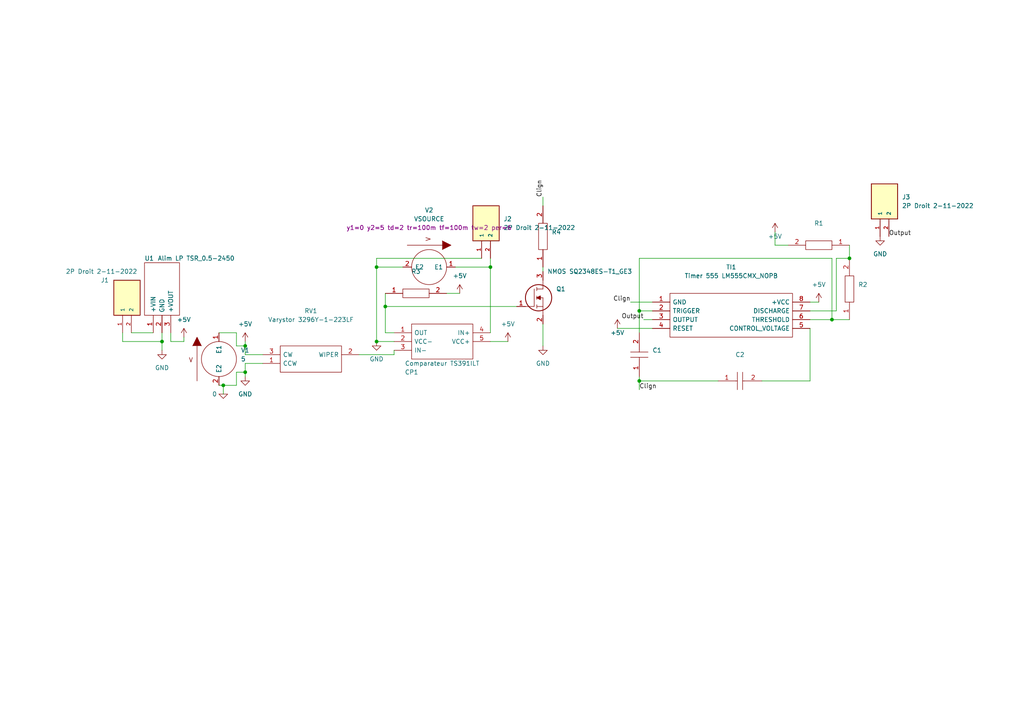
<source format=kicad_sch>
(kicad_sch (version 20211123) (generator eeschema)
  (paper "A4")
  (lib_symbols
    (symbol "EPSA_lib:2P Droit 2-11-2022" (pin_names (offset 1.016))
      (property "Reference" "J" (at -2.54 3.81 0))
      (property "Value" "2P Droit 2-11-2022" (at -12.7 6.35 0))
      (symbol "2P Droit 2-11-2022_0_0"
        (rectangle (start -5.08 -5.08) (end 5.08 2.54) (stroke (width 0.254)) (fill (type background)))
        (pin passive line (at -10.16 0 0) (length 5.08) (name "1") (number "1"))
        (pin passive line (at -10.16 -2.54 0) (length 5.08) (name "2") (number "2"))
      )
    )
    (symbol "EPSA_lib:Alim LP TSR_0.5-2450" (pin_names (offset 0.762))
      (property "Reference" "U" (at 21.59 7.62 0))
      (property "Value" "Alim LP TSR_0.5-2450" (at 21.59 5.08 0))
      (symbol "Alim LP TSR_0.5-2450_0_0"
        (pin passive line (at 0 0 0) (length 5.08) (name "+VIN") (number "1"))
        (pin passive line (at 0 -2.54 0) (length 5.08) (name "GND") (number "2"))
        (pin passive line (at 0 -5.08 0) (length 5.08) (name "+VOUT") (number "3"))
      )
      (symbol "Alim LP TSR_0.5-2450_0_1"
        (polyline (pts (xy 5.08 2.54) (xy 20.32 2.54) (xy 20.32 -7.62) (xy 5.08 -7.62) (xy 5.08 2.54)) (stroke (width 0.1524)))
      )
    )
    (symbol "EPSA_lib:Comparateur TS391ILT" (pin_names (offset 0.762))
      (property "Reference" "CP" (at 35.56 7.62 0))
      (property "Value" "Comparateur TS391ILT" (at 35.56 5.08 0))
      (property "Spice_Lib_File" "${EPSA}\\SpiceModel\\C_ts391.lib" (at 35.56 12.7 0))
      (symbol "Comparateur TS391ILT_0_0"
        (pin passive line (at 0 0 0) (length 5.08) (name "OUT") (number "1"))
        (pin passive line (at 0 -2.54 0) (length 5.08) (name "VCC-") (number "2"))
        (pin passive line (at 0 -5.08 0) (length 5.08) (name "IN-") (number "3"))
        (pin passive line (at 27.94 0 180) (length 5.08) (name "IN+") (number "4"))
        (pin passive line (at 27.94 -2.54 180) (length 5.08) (name "VCC+") (number "5"))
      )
      (symbol "Comparateur TS391ILT_0_1"
        (polyline (pts (xy 5.08 2.54) (xy 22.86 2.54) (xy 22.86 -7.62) (xy 5.08 -7.62) (xy 5.08 2.54)) (stroke (width 0.1524)))
      )
    )
    (symbol "EPSA_lib:Condensateur 0805Y1000104JXT" (pin_names (offset 0.762))
      (property "Reference" "C" (at 19.05 6.35 0))
      (property "Spice_Model" "10" (at 19.05 8.89 0))
      (symbol "Condensateur 0805Y1000104JXT_0_0"
        (pin passive line (at 0 0 0) (length 5.08) (name "~") (number "1"))
        (pin passive line (at 12.7 0 180) (length 5.08) (name "~") (number "2"))
      )
      (symbol "Condensateur 0805Y1000104JXT_0_1"
        (polyline (pts (xy 5.08 0) (xy 5.588 0)) (stroke (width 0.1524)))
        (polyline (pts (xy 5.588 2.54) (xy 5.588 -2.54)) (stroke (width 0.1524)))
        (polyline (pts (xy 7.112 0) (xy 7.62 0)) (stroke (width 0.1524)))
        (polyline (pts (xy 7.112 2.54) (xy 7.112 -2.54)) (stroke (width 0.1524)))
      )
    )
    (symbol "EPSA_lib:NMOS SQ2348ES-T1_GE3" (pin_names (offset 0.762))
      (property "Reference" "Q" (at 11.43 3.81 0))
      (property "Value" "NMOS SQ2348ES-T1_GE3" (at 11.43 1.27 0))
      (property "Spice_Lib_File" "${EPSA}\\SpiceModel\\NMOS_SQ2348ES_PS Rev A.LIB" (at 11.43 8.89 0))
      (symbol "NMOS SQ2348ES-T1_GE3_0_0"
        (pin passive line (at 0 0 0) (length 2.54) (name "~") (number "1"))
        (pin passive line (at 7.62 -5.08 90) (length 2.54) (name "~") (number "2"))
        (pin passive line (at 7.62 10.16 270) (length 2.54) (name "~") (number "3"))
      )
      (symbol "NMOS SQ2348ES-T1_GE3_0_1"
        (polyline (pts (xy 5.842 -0.508) (xy 5.842 0.508)) (stroke (width 0.1524)))
        (polyline (pts (xy 5.842 0) (xy 7.62 0)) (stroke (width 0.1524)))
        (polyline (pts (xy 5.842 2.032) (xy 5.842 3.048)) (stroke (width 0.1524)))
        (polyline (pts (xy 5.842 5.588) (xy 5.842 4.572)) (stroke (width 0.1524)))
        (polyline (pts (xy 7.62 2.54) (xy 5.842 2.54)) (stroke (width 0.1524)))
        (polyline (pts (xy 7.62 2.54) (xy 7.62 -2.54)) (stroke (width 0.1524)))
        (polyline (pts (xy 7.62 5.08) (xy 5.842 5.08)) (stroke (width 0.1524)))
        (polyline (pts (xy 7.62 5.08) (xy 7.62 7.62)) (stroke (width 0.1524)))
        (polyline (pts (xy 2.54 0) (xy 5.08 0) (xy 5.08 5.08)) (stroke (width 0.1524)))
        (polyline (pts (xy 5.842 2.54) (xy 6.858 3.048) (xy 6.858 2.032) (xy 5.842 2.54)) (stroke (width 0.254)) (fill (type outline)))
        (circle (center 6.35 2.54) (radius 3.81) (stroke (width 0.254)))
      )
    )
    (symbol "EPSA_lib:Résistance RK73H2BLTDD2152F" (pin_names (offset 0.762))
      (property "Reference" "R" (at 25.4 6.35 0))
      (property "Spice_Model" "10" (at 25.4 8.89 0))
      (symbol "Résistance RK73H2BLTDD2152F_0_0"
        (pin passive line (at 0 0 0) (length 5.08) (name "~") (number "1"))
        (pin passive line (at 17.78 0 180) (length 5.08) (name "~") (number "2"))
      )
      (symbol "Résistance RK73H2BLTDD2152F_0_1"
        (polyline (pts (xy 5.08 1.27) (xy 12.7 1.27) (xy 12.7 -1.27) (xy 5.08 -1.27) (xy 5.08 1.27)) (stroke (width 0.1524)))
      )
    )
    (symbol "EPSA_lib:Timer 555 LM555CMX_NOPB" (pin_names (offset 0.762))
      (property "Reference" "TI" (at 55.88 10.16 0))
      (property "Value" "Timer 555 LM555CMX_NOPB" (at 55.88 5.08 0))
      (property "Spice_Lib_File" "${EPSA}\\SpiceModel\\555_TLC555.lib" (at 55.88 12.7 0))
      (symbol "Timer 555 LM555CMX_NOPB_0_0"
        (pin passive line (at 0 0 0) (length 5.08) (name "GND") (number "1"))
        (pin passive line (at 0 -2.54 0) (length 5.08) (name "TRIGGER") (number "2"))
        (pin passive line (at 0 -5.08 0) (length 5.08) (name "OUTPUT") (number "3"))
        (pin passive line (at 0 -7.62 0) (length 5.08) (name "RESET") (number "4"))
        (pin passive line (at 45.72 -7.62 180) (length 5.08) (name "CONTROL_VOLTAGE") (number "5"))
        (pin passive line (at 45.72 -5.08 180) (length 5.08) (name "THRESHOLD") (number "6"))
        (pin passive line (at 45.72 -2.54 180) (length 5.08) (name "DISCHARGE") (number "7"))
        (pin passive line (at 45.72 0 180) (length 5.08) (name "+VCC") (number "8"))
      )
      (symbol "Timer 555 LM555CMX_NOPB_0_1"
        (polyline (pts (xy 5.08 2.54) (xy 40.64 2.54) (xy 40.64 -10.16) (xy 5.08 -10.16) (xy 5.08 2.54)) (stroke (width 0.1524)))
      )
    )
    (symbol "EPSA_lib:VSOURCE" (pin_names (offset 1.016)) (in_bom no) (on_board no)
      (property "Reference" "V" (at -6.35 7.62 0))
      (property "Value" "VSOURCE" (at 0 0 0))
      (property "Spice_Model" "dc 5" (at -6.35 10.16 0))
      (symbol "VSOURCE_0_1"
        (polyline (pts (xy -6.35 -6.35) (xy -6.35 3.81)) (fill (type outline)))
        (polyline (pts (xy -7.62 3.81) (xy -6.35 6.35) (xy -5.08 3.81)) (fill (type outline)))
        (circle (center 0 0) (radius 5.08))
        (text "V" (at -8.128 -0.254 0) (effects (font (size 1.27 1.27))))
      )
      (symbol "VSOURCE_1_1"
        (pin input line (at 0 7.62 270) (length 2.54) (name "E1") (number "1"))
        (pin input line (at 0 -7.62 90) (length 2.54) (name "E2") (number "2"))
      )
    )
    (symbol "EPSA_lib:Varystor 3296Y-1-223LF" (pin_names (offset 0.762))
      (property "Reference" "RV" (at 34.29 7.62 0))
      (property "Value" "Varystor 3296Y-1-223LF" (at 34.29 5.08 0))
      (property "Spice_Model" "VARYSTOR Rtot=1k Part=0.5" (at 34.29 10.16 0))
      (property "Spice_Lib_File" "${EPSA}\\SpiceModel\\VARYSTOR.lib" (at 34.29 12.7 0))
      (symbol "Varystor 3296Y-1-223LF_0_0"
        (pin passive line (at 27.94 -2.54 180) (length 5.08) (name "CCW") (number "1"))
        (pin passive line (at 0 0 0) (length 5.08) (name "WIPER") (number "2"))
        (pin passive line (at 27.94 0 180) (length 5.08) (name "CW") (number "3"))
      )
      (symbol "Varystor 3296Y-1-223LF_0_1"
        (polyline (pts (xy 5.08 2.54) (xy 22.86 2.54) (xy 22.86 -5.08) (xy 5.08 -5.08) (xy 5.08 2.54)) (stroke (width 0.1524)))
      )
    )
    (symbol "power:+5V" (power) (pin_names (offset 0))
      (property "Value" "+5V" (at 0 3.556 0))
      (symbol "+5V_0_1"
        (polyline (pts (xy -0.762 1.27) (xy 0 2.54)))
        (polyline (pts (xy 0 0) (xy 0 2.54)))
        (polyline (pts (xy 0 2.54) (xy 0.762 1.27)))
      )
      (symbol "+5V_1_1"
        (pin power_in line (at 0 0 90) (length 0) hide (name "+5V") (number "1"))
      )
    )
    (symbol "power:GND" (power) (pin_names (offset 0))
      (property "Value" "GND" (at 0 -3.81 0))
      (symbol "GND_0_1"
        (polyline (pts (xy 0 0) (xy 0 -1.27) (xy 1.27 -1.27) (xy 0 -2.54) (xy -1.27 -1.27) (xy 0 -1.27)))
      )
      (symbol "GND_1_1"
        (pin power_in line (at 0 0 270) (length 0) hide (name "GND") (number "1"))
      )
    )
    (symbol "pspice:0" (power) (pin_names (offset 0))
      (property "Value" "0" (at 0 -1.778 0))
      (symbol "0_0_1"
        (polyline (pts (xy -1.27 0) (xy 0 -1.27) (xy 1.27 0) (xy -1.27 0)))
      )
      (symbol "0_1_1"
        (pin power_in line (at 0 0 0) (length 0) hide (name "0") (number "1"))
      )
    )
  )
  (junction (at 246.38 74.93))
  (junction (at 142.24 77.47))
  (junction (at 111.76 88.9))
  (junction (at 241.3 92.71))
  (junction (at 71.12 107.95))
  (junction (at 46.99 99.06))
  (junction (at 71.12 100.33))
  (junction (at 185.42 90.17))
  (junction (at 185.42 110.49))
  (junction (at 64.77 111.76))
  (junction (at 109.22 99.06))
  (junction (at 109.22 77.47))
  (wire (pts (xy 241.3 92.71) (xy 246.38 92.71)))
  (wire (pts (xy 241.3 92.71) (xy 241.3 74.93)))
  (wire (pts (xy 71.12 107.95) (xy 71.12 109.22)))
  (wire (pts (xy 157.48 77.47) (xy 157.48 78.74)))
  (wire (pts (xy 157.48 93.98) (xy 157.48 100.33)))
  (wire (pts (xy 129.54 85.09) (xy 133.35 85.09)))
  (wire (pts (xy 38.1 96.52) (xy 44.45 96.52)))
  (wire (pts (xy 111.76 88.9) (xy 149.86 88.9)))
  (wire (pts (xy 224.79 71.12) (xy 224.79 67.31)))
  (wire (pts (xy 71.12 100.33) (xy 71.12 102.87)))
  (wire (pts (xy 68.58 111.76) (xy 68.58 107.95)))
  (wire (pts (xy 104.14 102.87) (xy 114.3 102.87)))
  (wire (pts (xy 142.24 99.06) (xy 147.32 99.06)))
  (wire (pts (xy 185.42 90.17) (xy 189.23 90.17)))
  (wire (pts (xy 142.24 77.47) (xy 142.24 96.52)))
  (wire (pts (xy 185.42 74.93) (xy 241.3 74.93)))
  (wire (pts (xy 63.5 111.76) (xy 64.77 111.76)))
  (wire (pts (xy 46.99 99.06) (xy 46.99 101.6)))
  (wire (pts (xy 179.07 95.25) (xy 189.23 95.25)))
  (wire (pts (xy 185.42 90.17) (xy 185.42 96.52)))
  (wire (pts (xy 35.56 99.06) (xy 46.99 99.06)))
  (wire (pts (xy 234.95 95.25) (xy 234.95 110.49)))
  (wire (pts (xy 49.53 96.52) (xy 49.53 99.06)))
  (wire (pts (xy 234.95 110.49) (xy 220.98 110.49)))
  (wire (pts (xy 68.58 96.52) (xy 68.58 100.33)))
  (wire (pts (xy 49.53 99.06) (xy 53.34 99.06)))
  (wire (pts (xy 185.42 74.93) (xy 185.42 90.17)))
  (wire (pts (xy 76.2 105.41) (xy 71.12 105.41)))
  (wire (pts (xy 185.42 109.22) (xy 185.42 110.49)))
  (wire (pts (xy 111.76 88.9) (xy 111.76 96.52)))
  (wire (pts (xy 185.42 110.49) (xy 208.28 110.49)))
  (wire (pts (xy 71.12 99.06) (xy 71.12 100.33)))
  (wire (pts (xy 46.99 96.52) (xy 46.99 99.06)))
  (wire (pts (xy 246.38 74.93) (xy 242.57 74.93)))
  (wire (pts (xy 68.58 100.33) (xy 71.12 100.33)))
  (wire (pts (xy 53.34 97.79) (xy 53.34 99.06)))
  (wire (pts (xy 242.57 74.93) (xy 242.57 90.17)))
  (wire (pts (xy 63.5 96.52) (xy 68.58 96.52)))
  (wire (pts (xy 109.22 99.06) (xy 114.3 99.06)))
  (wire (pts (xy 157.48 57.15) (xy 157.48 59.69)))
  (wire (pts (xy 242.57 90.17) (xy 234.95 90.17)))
  (wire (pts (xy 64.77 111.76) (xy 64.77 114.3)))
  (wire (pts (xy 182.88 87.63) (xy 189.23 87.63)))
  (wire (pts (xy 234.95 92.71) (xy 241.3 92.71)))
  (wire (pts (xy 71.12 105.41) (xy 71.12 107.95)))
  (wire (pts (xy 109.22 74.93) (xy 109.22 77.47)))
  (wire (pts (xy 185.42 110.49) (xy 185.42 113.03)))
  (wire (pts (xy 109.22 77.47) (xy 116.84 77.47)))
  (wire (pts (xy 142.24 74.93) (xy 142.24 77.47)))
  (wire (pts (xy 139.7 74.93) (xy 109.22 74.93)))
  (wire (pts (xy 114.3 96.52) (xy 111.76 96.52)))
  (wire (pts (xy 228.6 71.12) (xy 224.79 71.12)))
  (wire (pts (xy 111.76 85.09) (xy 111.76 88.9)))
  (wire (pts (xy 35.56 96.52) (xy 35.56 99.06)))
  (wire (pts (xy 64.77 111.76) (xy 68.58 111.76)))
  (wire (pts (xy 114.3 102.87) (xy 114.3 101.6)))
  (wire (pts (xy 234.95 87.63) (xy 237.49 87.63)))
  (wire (pts (xy 109.22 77.47) (xy 109.22 99.06)))
  (wire (pts (xy 68.58 107.95) (xy 71.12 107.95)))
  (wire (pts (xy 186.69 92.71) (xy 189.23 92.71)))
  (wire (pts (xy 132.08 77.47) (xy 142.24 77.47)))
  (wire (pts (xy 246.38 71.12) (xy 246.38 74.93)))
  (wire (pts (xy 76.2 102.87) (xy 71.12 102.87)))
  (label "Clign" (at 185.42 113.03 0))
  (label "Clign" (at 157.48 57.15 90))
  (label "Clign" (at 182.88 87.63 180))
  (label "Output" (at 186.69 92.71 180))
  (label "Output" (at 257.81 68.58 0))
  (symbol (lib_id "pspice:0") (at 64.77 114.3 0) (unit 1)
    (property "Reference" "#GND01" (effects hide))
    (property "Value" "0" (at 62.23 114.3 0))
  )
  (symbol (lib_id "power:GND") (at 71.12 109.22 0) (unit 1)
    (property "Reference" "#PWR04" (effects hide))
    (property "Value" "GND" (at 71.12 114.3 0))
  )
  (symbol (lib_id "power:+5V") (at 147.32 99.06 0) (unit 1)
    (property "Reference" "#PWR06" (effects hide))
    (property "Value" "+5V" (at 147.32 93.98 0))
  )
  (symbol (lib_id "power:+5V") (at 179.07 95.25 0) (unit 1)
    (property "Reference" "#PWR08" (effects hide))
    (property "Value" "+5V" (at 179.07 96.52 0))
  )
  (symbol (lib_id "EPSA_lib:2P Droit 2-11-2022") (at 139.7 64.77 90) (unit 1)
    (property "Reference" "J2" (at 146.05 63.4999 90) (effects (justify right)))
    (property "Value" "2P Droit 2-11-2022" (at 146.05 66.0399 90) (effects (justify right)))
    (property "Footprint" "EPSA_lib:MOLEX_22-11-2022" (effects hide))
    (property "MAXIMUM_PACKAGE_HEIGHT" "10.66mm" (effects hide))
    (property "PARTREV" "BD8" (effects hide))
    (property "STANDARD" "Manufacturer Recommendations" (effects hide))
    (property "MANUFACTURER" "Molex" (effects hide))
    (property "Spice_Primitive" "J" (effects hide))
    (property "Spice_Model" "22-11-2022" (effects hide))
    (property "Spice_Netlist_Enabled" "N" (effects hide))
  )
  (symbol (lib_id "power:+5V") (at 71.12 99.06 0) (unit 1)
    (property "Reference" "#PWR03" (effects hide))
    (property "Value" "+5V" (at 71.12 93.98 0))
  )
  (symbol (lib_id "power:+5V") (at 237.49 87.63 0) (unit 1)
    (property "Reference" "#PWR011" (effects hide))
    (property "Value" "+5V" (at 237.49 82.55 0))
  )
  (symbol (lib_id "EPSA_lib:Résistance RK73H2BLTDD2152F") (at 246.38 71.12 180) (unit 1)
    (property "Reference" "R1" (at 237.49 64.77 0))
    (property "Value" "Résistance RK73H2BLTDD2152F" (effects hide))
    (property "Footprint" "EPSA_lib:RESC3216X70N" (effects hide))
    (property "Datasheet" "http://www.koaspeer.com/catimages/Products/RK73H/RK73H.pdf" (effects hide))
    (property "Description" "Thick Film Resistors - SMD" (effects hide))
    (property "Height" "0.7" (effects hide))
    (property "Manufacturer_Name" "KOA Speer" (effects hide))
    (property "Manufacturer_Part_Number" "RK73H2BLTDD2152F" (effects hide))
    (property "Mouser Part Number" "N/A" (effects hide))
    (property "Mouser Price/Stock" "https://www.mouser.co.uk/ProductDetail/KOA-Speer/RK73H2BLTDD2152F?qs=WeIALVmW3zmyxMFsjVzMRw%3D%3D" (effects hide))
    (property "Spice_Primitive" "R" (effects hide))
    (property "Spice_Model" "100k" (at 237.49 67.31 0))
    (property "Spice_Netlist_Enabled" "Y" (effects hide))
  )
  (symbol (lib_id "EPSA_lib:2P Droit 2-11-2022") (at 35.56 86.36 90) (unit 1)
    (property "Reference" "J1" (at 29.21 81.28 90) (effects (justify right)))
    (property "Value" "2P Droit 2-11-2022" (at 19.05 78.74 90) (effects (justify right)))
    (property "Footprint" "EPSA_lib:MOLEX_22-11-2022" (effects hide))
    (property "MAXIMUM_PACKAGE_HEIGHT" "10.66mm" (effects hide))
    (property "PARTREV" "BD8" (effects hide))
    (property "STANDARD" "Manufacturer Recommendations" (effects hide))
    (property "MANUFACTURER" "Molex" (effects hide))
    (property "Spice_Primitive" "J" (effects hide))
    (property "Spice_Model" "22-11-2022" (effects hide))
    (property "Spice_Netlist_Enabled" "N" (effects hide))
  )
  (symbol (lib_id "EPSA_lib:VSOURCE") (at 63.5 104.14 0) (unit 1) (in_bom no) (on_board no)
    (property "Reference" "V1" (at 69.85 101.5999 0) (effects (justify left)))
    (property "Value" "VSOURCE" (at 69.85 104.1399 0) (effects (justify left)))
    (property "Spice_Primitive" "V" (effects hide))
    (property "Spice_Model" "dc 5" (at 69.85 106.6799 0) (effects (justify left)))
    (property "Spice_Netlist_Enabled" "Y" (effects hide))
  )
  (symbol (lib_id "EPSA_lib:Résistance RK73H2BLTDD2152F") (at 111.76 85.09 0) (unit 1)
    (property "Reference" "R3" (at 120.65 78.74 0))
    (property "Value" "Résistance RK73H2BLTDD2152F" (effects hide))
    (property "Footprint" "EPSA_lib:RESC3216X70N" (effects hide))
    (property "Datasheet" "http://www.koaspeer.com/catimages/Products/RK73H/RK73H.pdf" (effects hide))
    (property "Description" "Thick Film Resistors - SMD" (effects hide))
    (property "Height" "0.7" (effects hide))
    (property "Manufacturer_Name" "KOA Speer" (effects hide))
    (property "Manufacturer_Part_Number" "RK73H2BLTDD2152F" (effects hide))
    (property "Mouser Part Number" "N/A" (effects hide))
    (property "Mouser Price/Stock" "https://www.mouser.co.uk/ProductDetail/KOA-Speer/RK73H2BLTDD2152F?qs=WeIALVmW3zmyxMFsjVzMRw%3D%3D" (effects hide))
    (property "Spice_Primitive" "R" (effects hide))
    (property "Spice_Model" "100k" (at 120.65 81.28 0))
    (property "Spice_Netlist_Enabled" "Y" (effects hide))
  )
  (symbol (lib_id "power:GND") (at 109.22 99.06 0) (unit 1)
    (property "Reference" "#PWR05" (effects hide))
    (property "Value" "GND" (at 109.22 104.14 0))
  )
  (symbol (lib_id "power:+5V") (at 224.79 67.31 0) (unit 1)
    (property "Reference" "#PWR010" (effects hide))
    (property "Value" "+5V" (at 224.79 68.58 0))
  )
  (symbol (lib_id "power:+5V") (at 133.35 85.09 0) (unit 1)
    (property "Reference" "#PWR09" (effects hide))
    (property "Value" "+5V" (at 133.35 80.01 0))
  )
  (symbol (lib_id "EPSA_lib:Résistance RK73H2BLTDD2152F") (at 157.48 77.47 90) (unit 1)
    (property "Reference" "R4" (at 160.02 67.3099 90) (effects (justify right)))
    (property "Value" "Résistance RK73H2BLTDD2152F" (effects hide))
    (property "Footprint" "EPSA_lib:RESC3216X70N" (effects hide))
    (property "Datasheet" "http://www.koaspeer.com/catimages/Products/RK73H/RK73H.pdf" (effects hide))
    (property "Description" "Thick Film Resistors - SMD" (effects hide))
    (property "Height" "0.7" (effects hide))
    (property "Manufacturer_Name" "KOA Speer" (effects hide))
    (property "Manufacturer_Part_Number" "RK73H2BLTDD2152F" (effects hide))
    (property "Mouser Part Number" "N/A" (effects hide))
    (property "Mouser Price/Stock" "https://www.mouser.co.uk/ProductDetail/KOA-Speer/RK73H2BLTDD2152F?qs=WeIALVmW3zmyxMFsjVzMRw%3D%3D" (effects hide))
    (property "Spice_Primitive" "R" (effects hide))
    (property "Spice_Model" "1k" (at 160.02 69.8499 90) (effects (justify right)))
    (property "Spice_Netlist_Enabled" "Y" (effects hide))
  )
  (symbol (lib_id "EPSA_lib:NMOS SQ2348ES-T1_GE3") (at 149.86 88.9 0) (unit 1)
    (property "Reference" "Q1" (at 161.29 83.8199 0) (effects (justify left)))
    (property "Value" "NMOS SQ2348ES-T1_GE3" (at 158.75 78.74 0) (effects (justify left)))
    (property "Footprint" "EPSA_lib:SOT95P237X112-3N" (effects hide))
    (property "Datasheet" "http://www.vishay.com/docs/63706/sq2348es.pdf" (effects hide))
    (property "Description" "VISHAY - SQ2348ES-T1_GE3 - MOSFET, AEC-Q101, N-CH, 30V, SOT-23" (effects hide))
    (property "Height" "1.12" (effects hide))
    (property "Manufacturer_Name" "Vishay" (effects hide))
    (property "Manufacturer_Part_Number" "SQ2348ES-T1_GE3" (effects hide))
    (property "Mouser Part Number" "781-SQ2348ES-T1_GE3" (effects hide))
    (property "Mouser Price/Stock" "https://www.mouser.co.uk/ProductDetail/Vishay-Siliconix/SQ2348ES-T1_GE3?qs=jHkklCh7amgC88blremf%252Bw%3D%3D" (effects hide))
    (property "Arrow Part Number" "SQ2348ES-T1_GE3" (effects hide))
    (property "Arrow Price/Stock" "https://www.arrow.com/en/products/sq2348es-t1-ge3/vishay?region=nac" (effects hide))
    (property "Spice_Primitive" "X" (effects hide))
    (property "Spice_Model" "SQ2348ES" (effects hide))
    (property "Spice_Netlist_Enabled" "Y" (effects hide))
    (property "Spice_Node_Sequence" "3,1,2" (effects hide))
    (property "Spice_Lib_File" "${EPSA}\\SpiceModel\\NMOS_SQ2348ES_PS Rev A.LIB" (at 124.46 118.11 0) (effects (justify left)))
  )
  (symbol (lib_id "EPSA_lib:Comparateur TS391ILT") (at 114.3 96.52 0) (unit 1)
    (property "Reference" "CP1" (at 119.38 107.95 0))
    (property "Value" "Comparateur TS391ILT" (at 128.27 105.41 0))
    (property "Footprint" "EPSA_lib:SOT95P280X145-5N" (effects hide))
    (property "Datasheet" "http://www.st.com/st-web-ui/static/active/en/resource/technical/document/datasheet/CD00001660.pdf" (effects hide))
    (property "Description" "TS391ILT, Comparator Open Collector 0.3us 12 V, 15 V, 18 V, 24 V, 28 V, 3 V, 5 V, 9 V 5-Pin SOT-23" (effects hide))
    (property "Height" "1.45" (effects hide))
    (property "Manufacturer_Name" "STMicroelectronics" (effects hide))
    (property "Manufacturer_Part_Number" "TS391ILT" (effects hide))
    (property "Mouser Part Number" "511-TS391IL" (effects hide))
    (property "Mouser Price/Stock" "https://www.mouser.co.uk/ProductDetail/STMicroelectronics/TS391ILT?qs=P8h1tZw8GcB9GWR61XM17g%3D%3D" (effects hide))
    (property "Arrow Part Number" "TS391ILT" (effects hide))
    (property "Arrow Price/Stock" "https://www.arrow.com/en/products/ts391ilt/stmicroelectronics?region=europe" (effects hide))
    (property "Spice_Primitive" "X" (effects hide))
    (property "Spice_Model" "TS391" (effects hide))
    (property "Spice_Netlist_Enabled" "Y" (effects hide))
    (property "Spice_Node_Sequence" "4,3,5,2,1" (effects hide))
    (property "Spice_Lib_File" "${EPSA}\\SpiceModel\\C_ts391.lib" (at 128.27 91.44 0))
  )
  (symbol (lib_id "power:GND") (at 157.48 100.33 0) (unit 1)
    (property "Reference" "#PWR07" (effects hide))
    (property "Value" "GND" (at 157.48 105.41 0))
  )
  (symbol (lib_id "EPSA_lib:VSOURCE") (at 124.46 77.47 270) (unit 1) (in_bom no) (on_board no)
    (property "Reference" "V2" (at 124.46 60.96 90))
    (property "Value" "VSOURCE" (at 124.46 63.5 90))
    (property "Spice_Primitive" "V" (effects hide))
    (property "Spice_Model" "pulse(0 5 2 100m 100m 2 6)" (at 124.46 66.04 90))
    (property "Spice_Netlist_Enabled" "Y" (effects hide))
  )
  (symbol (lib_id "power:GND") (at 46.99 101.6 0) (unit 1)
    (property "Reference" "#PWR01" (effects hide))
    (property "Value" "GND" (at 46.99 106.68 0))
  )
  (symbol (lib_id "EPSA_lib:Résistance RK73H2BLTDD2152F") (at 246.38 92.71 90) (unit 1)
    (property "Reference" "R2" (at 248.92 82.5499 90) (effects (justify right)))
    (property "Value" "Résistance RK73H2BLTDD2152F" (effects hide))
    (property "Footprint" "EPSA_lib:RESC3216X70N" (effects hide))
    (property "Datasheet" "http://www.koaspeer.com/catimages/Products/RK73H/RK73H.pdf" (effects hide))
    (property "Description" "Thick Film Resistors - SMD" (effects hide))
    (property "Height" "0.7" (effects hide))
    (property "Manufacturer_Name" "KOA Speer" (effects hide))
    (property "Manufacturer_Part_Number" "RK73H2BLTDD2152F" (effects hide))
    (property "Mouser Part Number" "N/A" (effects hide))
    (property "Mouser Price/Stock" "https://www.mouser.co.uk/ProductDetail/KOA-Speer/RK73H2BLTDD2152F?qs=WeIALVmW3zmyxMFsjVzMRw%3D%3D" (effects hide))
    (property "Spice_Primitive" "R" (effects hide))
    (property "Spice_Model" "100k" (at 248.92 85.0899 90) (effects (justify right)))
    (property "Spice_Netlist_Enabled" "Y" (effects hide))
  )
  (symbol (lib_id "power:+5V") (at 53.34 97.79 0) (unit 1)
    (property "Reference" "#PWR02" (effects hide))
    (property "Value" "+5V" (at 53.34 92.71 0))
  )
  (symbol (lib_id "power:GND") (at 255.27 68.58 0) (unit 1)
    (property "Reference" "#PWR012" (effects hide))
    (property "Value" "GND" (at 255.27 73.66 0))
  )
  (symbol (lib_id "EPSA_lib:Timer 555 LM555CMX_NOPB") (at 189.23 87.63 0) (unit 1)
    (property "Reference" "TI1" (at 212.09 77.47 0))
    (property "Value" "Timer 555 LM555CMX_NOPB" (at 212.09 80.01 0))
    (property "Footprint" "EPSA_lib:SOIC127P600X175-8N" (effects hide))
    (property "Datasheet" "http://www.ti.com/lit/ds/symlink/lm555.pdf" (effects hide))
    (property "Description" "Highly stable 555 timer for generating accurate time delays and oscillation" (effects hide))
    (property "Height" "1.75" (effects hide))
    (property "Manufacturer_Name" "Texas Instruments" (effects hide))
    (property "Manufacturer_Part_Number" "LM555CMX/NOPB" (effects hide))
    (property "Mouser Part Number" "926-LM555CMX/NOPB" (effects hide))
    (property "Mouser Price/Stock" "https://www.mouser.co.uk/ProductDetail/Texas-Instruments/LM555CMX-NOPB?qs=QbsRYf82W3GHnQuoL%2FmIoA%3D%3D" (effects hide))
    (property "Arrow Part Number" "LM555CMX/NOPB" (effects hide))
    (property "Arrow Price/Stock" "https://www.arrow.com/en/products/lm555cmxnopb/texas-instruments?region=nac" (effects hide))
    (property "Spice_Primitive" "X" (effects hide))
    (property "Spice_Model" "TLC555" (effects hide))
    (property "Spice_Netlist_Enabled" "Y" (effects hide))
    (property "Spice_Lib_File" "${EPSA}\\SpiceModel\\555_TLC555.lib" (at 212.09 82.55 0))
    (property "Spice_Node_Sequence" "6,5,2,4,3,7,8,1" (effects hide))
  )
  (symbol (lib_id "EPSA_lib:Varystor 3296Y-1-223LF") (at 104.14 102.87 0) (mirror y) (unit 1)
    (property "Reference" "RV1" (at 90.17 90.17 0))
    (property "Value" "Varystor 3296Y-1-223LF" (at 90.17 92.71 0))
    (property "Footprint" "EPSA_lib:3296Y1223LF" (effects hide))
    (property "Datasheet" "https://www.bourns.com/docs/Product-Datasheets/3296.pdf" (effects hide))
    (property "Description" "Bourns 3296Y Series 25-Turn Through Hole Cermet Trimmer Resistor with Solder Pin Terminations, 22k +/-10% 0.5W +/-100ppm/C" (effects hide))
    (property "Height" "11.8" (effects hide))
    (property "Manufacturer_Name" "Bourns" (effects hide))
    (property "Manufacturer_Part_Number" "3296Y-1-223LF" (effects hide))
    (property "Mouser Part Number" "652-3296Y-1-223LF" (effects hide))
    (property "Mouser Price/Stock" "https://www.mouser.co.uk/ProductDetail/Bourns/3296Y-1-223LF?qs=RUdTbCszRyG%2Fz0rQkQfbLg%3D%3D" (effects hide))
    (property "Arrow Part Number" "3296Y-1-223LF" (effects hide))
    (property "Arrow Price/Stock" "https://www.arrow.com/en/products/3296y-1-223lf/bourns" (effects hide))
    (property "Spice_Primitive" "X" (effects hide))
    (property "Spice_Model" "VARYSTOR Rtot=2k Part=0.5" (at 90.17 95.25 0))
    (property "Spice_Netlist_Enabled" "Y" (effects hide))
    (property "Spice_Lib_File" "${EPSA}\\SpiceModel\\VARYSTOR.lib" (at 90.17 97.79 0))
  )
  (symbol (lib_id "EPSA_lib:2P Droit 2-11-2022") (at 255.27 58.42 90) (unit 1)
    (property "Reference" "J3" (at 261.62 57.1499 90) (effects (justify right)))
    (property "Value" "2P Droit 2-11-2022" (at 261.62 59.6899 90) (effects (justify right)))
    (property "Footprint" "EPSA_lib:MOLEX_22-11-2022" (effects hide))
    (property "MAXIMUM_PACKAGE_HEIGHT" "10.66mm" (effects hide))
    (property "PARTREV" "BD8" (effects hide))
    (property "STANDARD" "Manufacturer Recommendations" (effects hide))
    (property "MANUFACTURER" "Molex" (effects hide))
    (property "Spice_Primitive" "J" (effects hide))
    (property "Spice_Model" "22-11-2022" (effects hide))
    (property "Spice_Netlist_Enabled" "N" (effects hide))
  )
  (symbol (lib_id "EPSA_lib:Condensateur 0805Y1000104JXT") (at 208.28 110.49 0) (unit 1)
    (property "Reference" "C2" (at 214.63 102.87 0))
    (property "Value" "Condensateur 0805Y1000104JXT" (effects hide))
    (property "Footprint" "EPSA_lib:CAPC2012X130N" (effects hide))
    (property "Datasheet" "http://docs-europe.electrocomponents.com/webdocs/119d/0900766b8119d7bc.pdf" (effects hide))
    (property "Description" "Syfer 0805 Ceramic Chip Capacitors" (effects hide))
    (property "Height" "1.3" (effects hide))
    (property "Manufacturer_Name" "Syfer" (effects hide))
    (property "Manufacturer_Part_Number" "0805Y1000104JXT" (effects hide))
    (property "Arrow Part Number" "0805Y1000104JXT" (effects hide))
    (property "Arrow Price/Stock" "https://www.arrow.com/en/products/0805y1000104jxt/syfer-technology?region=europe" (effects hide))
    (property "Spice_Primitive" "C" (effects hide))
    (property "Spice_Model" "0.01u" (at 214.63 105.41 0))
    (property "Spice_Netlist_Enabled" "Y" (effects hide))
  )
  (symbol (lib_id "EPSA_lib:Alim LP TSR_0.5-2450") (at 44.45 96.52 90) (unit 1)
    (property "Reference" "U1" (at 41.91 74.93 90) (effects (justify right)))
    (property "Value" "Alim LP TSR_0.5-2450" (at 45.72 74.93 90) (effects (justify right)))
    (property "Footprint" "EPSA_lib:TSR-0.5-2433" (effects hide))
    (property "Datasheet" "https://tracopower.com/tsr0-5-datasheet/" (effects hide))
    (property "Description" "0.5 Amp POL switching regulator, 4.75 to -32 VDC input, pos.-pos. circuit, LM78 compatible, SIP-3" (effects hide))
    (property "Manufacturer_Name" "Traco Power" (effects hide))
    (property "Manufacturer_Part_Number" "TSR 0.5-2450" (effects hide))
    (property "Mouser Part Number" "495-TSR0.5-2450" (effects hide))
    (property "Mouser Price/Stock" "https://www.mouser.co.uk/ProductDetail/TRACO-Power/TSR-0.5-2450?qs=ckJk83FOD0XpEgQBSwF%2FIw%3D%3D" (effects hide))
    (property "Arrow Part Number" "TSR 0.5-2450" (effects hide))
    (property "Arrow Price/Stock" "https://www.arrow.com/en/products/tsr0.5-2450/traco-electronic-ag?region=europe" (effects hide))
    (property "Spice_Primitive" "R" (effects hide))
    (property "Spice_Netlist_Enabled" "N" (effects hide))
    (property "Spice_Model" "Alim LP TSR_0.5-2450" (effects hide))
  )
  (symbol (lib_id "EPSA_lib:Condensateur 0805Y1000104JXT") (at 185.42 109.22 90) (unit 1)
    (property "Reference" "C1" (at 189.23 101.5999 90) (effects (justify right)))
    (property "Value" "Condensateur 0805Y1000104JXT" (effects hide))
    (property "Footprint" "EPSA_lib:CAPC2012X130N" (effects hide))
    (property "Datasheet" "http://docs-europe.electrocomponents.com/webdocs/119d/0900766b8119d7bc.pdf" (effects hide))
    (property "Description" "Syfer 0805 Ceramic Chip Capacitors" (effects hide))
    (property "Height" "1.3" (effects hide))
    (property "Manufacturer_Name" "Syfer" (effects hide))
    (property "Manufacturer_Part_Number" "0805Y1000104JXT" (effects hide))
    (property "Arrow Part Number" "0805Y1000104JXT" (effects hide))
    (property "Arrow Price/Stock" "https://www.arrow.com/en/products/0805y1000104jxt/syfer-technology?region=europe" (effects hide))
    (property "Spice_Primitive" "C" (effects hide))
    (property "Spice_Model" "5u" (at 189.23 104.1399 90) (effects (justify right)))
    (property "Spice_Netlist_Enabled" "Y" (effects hide))
  )
)
</source>
